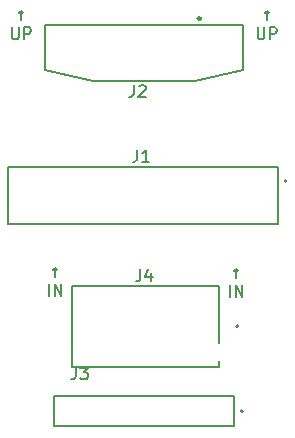
<source format=gto>
%TF.GenerationSoftware,KiCad,Pcbnew,6.0.10-86aedd382b~118~ubuntu18.04.1*%
%TF.CreationDate,2023-06-08T12:44:11-07:00*%
%TF.ProjectId,1000027_V0,31303030-3032-4375-9f56-302e6b696361,rev?*%
%TF.SameCoordinates,Original*%
%TF.FileFunction,Legend,Top*%
%TF.FilePolarity,Positive*%
%FSLAX46Y46*%
G04 Gerber Fmt 4.6, Leading zero omitted, Abs format (unit mm)*
G04 Created by KiCad (PCBNEW 6.0.10-86aedd382b~118~ubuntu18.04.1) date 2023-06-08 12:44:11*
%MOMM*%
%LPD*%
G01*
G04 APERTURE LIST*
%ADD10C,0.150000*%
%ADD11C,0.200000*%
%ADD12C,0.127000*%
%ADD13C,0.210000*%
%ADD14C,0.152400*%
%ADD15C,0.250000*%
G04 APERTURE END LIST*
D10*
X159875000Y-73172380D02*
X159875000Y-72410476D01*
X159684523Y-72600952D02*
X159875000Y-72410476D01*
X160065476Y-72600952D01*
X159089285Y-73782380D02*
X159089285Y-74591904D01*
X159136904Y-74687142D01*
X159184523Y-74734761D01*
X159279761Y-74782380D01*
X159470238Y-74782380D01*
X159565476Y-74734761D01*
X159613095Y-74687142D01*
X159660714Y-74591904D01*
X159660714Y-73782380D01*
X160136904Y-74782380D02*
X160136904Y-73782380D01*
X160517857Y-73782380D01*
X160613095Y-73830000D01*
X160660714Y-73877619D01*
X160708333Y-73972857D01*
X160708333Y-74115714D01*
X160660714Y-74210952D01*
X160613095Y-74258571D01*
X160517857Y-74306190D01*
X160136904Y-74306190D01*
X141950000Y-94897380D02*
X141950000Y-94135476D01*
X141759523Y-94325952D02*
X141950000Y-94135476D01*
X142140476Y-94325952D01*
X141426190Y-96507380D02*
X141426190Y-95507380D01*
X141902380Y-96507380D02*
X141902380Y-95507380D01*
X142473809Y-96507380D01*
X142473809Y-95507380D01*
X157275000Y-95022380D02*
X157275000Y-94260476D01*
X157084523Y-94450952D02*
X157275000Y-94260476D01*
X157465476Y-94450952D01*
X156751190Y-96632380D02*
X156751190Y-95632380D01*
X157227380Y-96632380D02*
X157227380Y-95632380D01*
X157798809Y-96632380D01*
X157798809Y-95632380D01*
X139075000Y-73172380D02*
X139075000Y-72410476D01*
X138884523Y-72600952D02*
X139075000Y-72410476D01*
X139265476Y-72600952D01*
X138289285Y-73782380D02*
X138289285Y-74591904D01*
X138336904Y-74687142D01*
X138384523Y-74734761D01*
X138479761Y-74782380D01*
X138670238Y-74782380D01*
X138765476Y-74734761D01*
X138813095Y-74687142D01*
X138860714Y-74591904D01*
X138860714Y-73782380D01*
X139336904Y-74782380D02*
X139336904Y-73782380D01*
X139717857Y-73782380D01*
X139813095Y-73830000D01*
X139860714Y-73877619D01*
X139908333Y-73972857D01*
X139908333Y-74115714D01*
X139860714Y-74210952D01*
X139813095Y-74258571D01*
X139717857Y-74306190D01*
X139336904Y-74306190D01*
%TO.C,J3*%
X143700666Y-102596380D02*
X143700666Y-103310666D01*
X143653047Y-103453523D01*
X143557809Y-103548761D01*
X143414952Y-103596380D01*
X143319714Y-103596380D01*
X144081619Y-102596380D02*
X144700666Y-102596380D01*
X144367333Y-102977333D01*
X144510190Y-102977333D01*
X144605428Y-103024952D01*
X144653047Y-103072571D01*
X144700666Y-103167809D01*
X144700666Y-103405904D01*
X144653047Y-103501142D01*
X144605428Y-103548761D01*
X144510190Y-103596380D01*
X144224476Y-103596380D01*
X144129238Y-103548761D01*
X144081619Y-103501142D01*
%TO.C,J4*%
X149166666Y-94277380D02*
X149166666Y-94991666D01*
X149119047Y-95134523D01*
X149023809Y-95229761D01*
X148880952Y-95277380D01*
X148785714Y-95277380D01*
X150071428Y-94610714D02*
X150071428Y-95277380D01*
X149833333Y-94229761D02*
X149595238Y-94944047D01*
X150214285Y-94944047D01*
%TO.C,J1*%
X148891666Y-84161380D02*
X148891666Y-84875666D01*
X148844047Y-85018523D01*
X148748809Y-85113761D01*
X148605952Y-85161380D01*
X148510714Y-85161380D01*
X149891666Y-85161380D02*
X149320238Y-85161380D01*
X149605952Y-85161380D02*
X149605952Y-84161380D01*
X149510714Y-84304238D01*
X149415476Y-84399476D01*
X149320238Y-84447095D01*
%TO.C,J2*%
X148619666Y-78680380D02*
X148619666Y-79394666D01*
X148572047Y-79537523D01*
X148476809Y-79632761D01*
X148333952Y-79680380D01*
X148238714Y-79680380D01*
X149048238Y-78775619D02*
X149095857Y-78728000D01*
X149191095Y-78680380D01*
X149429190Y-78680380D01*
X149524428Y-78728000D01*
X149572047Y-78775619D01*
X149619666Y-78870857D01*
X149619666Y-78966095D01*
X149572047Y-79108952D01*
X149000619Y-79680380D01*
X149619666Y-79680380D01*
D11*
%TO.C,J3*%
X157099000Y-107569000D02*
X141859000Y-107569000D01*
X141859000Y-107569000D02*
X141859000Y-105029000D01*
X157099000Y-105029000D02*
X157099000Y-107569000D01*
X157099000Y-105029000D02*
X141859000Y-105029000D01*
X157849000Y-106299000D02*
G75*
G03*
X157849000Y-106299000I-100000J0D01*
G01*
D12*
%TO.C,J4*%
X155806000Y-102505800D02*
X143406000Y-102505800D01*
X143406000Y-102505800D02*
X143406000Y-95705800D01*
X143406000Y-95705800D02*
X155806000Y-95705800D01*
X155806000Y-102055800D02*
X155806000Y-102505800D01*
X155806000Y-95705800D02*
X155806000Y-100505800D01*
D13*
X157474200Y-99105800D02*
G75*
G03*
X157474200Y-99105800I-105000J0D01*
G01*
D12*
%TO.C,J1*%
X160800000Y-85633000D02*
X160800000Y-90463000D01*
X137940000Y-90463000D02*
X137940000Y-85633000D01*
X137940000Y-85633000D02*
X160800000Y-85633000D01*
X137940000Y-90463000D02*
X160800000Y-90463000D01*
D11*
X161550000Y-86778000D02*
G75*
G03*
X161550000Y-86778000I-100000J0D01*
G01*
D14*
%TO.C,J2*%
X157825000Y-77386688D02*
X157825000Y-73600174D01*
X141125000Y-73600174D02*
X141125000Y-77386688D01*
X145168866Y-78299826D02*
X153781134Y-78299826D01*
X141125000Y-77386688D02*
X145168866Y-78299826D01*
X153781134Y-78299826D02*
X157825000Y-77386688D01*
X157825000Y-73600174D02*
X141125000Y-73600174D01*
D15*
X154282782Y-73039849D02*
G75*
G03*
X154282782Y-73039849I-125000J0D01*
G01*
%TD*%
M02*

</source>
